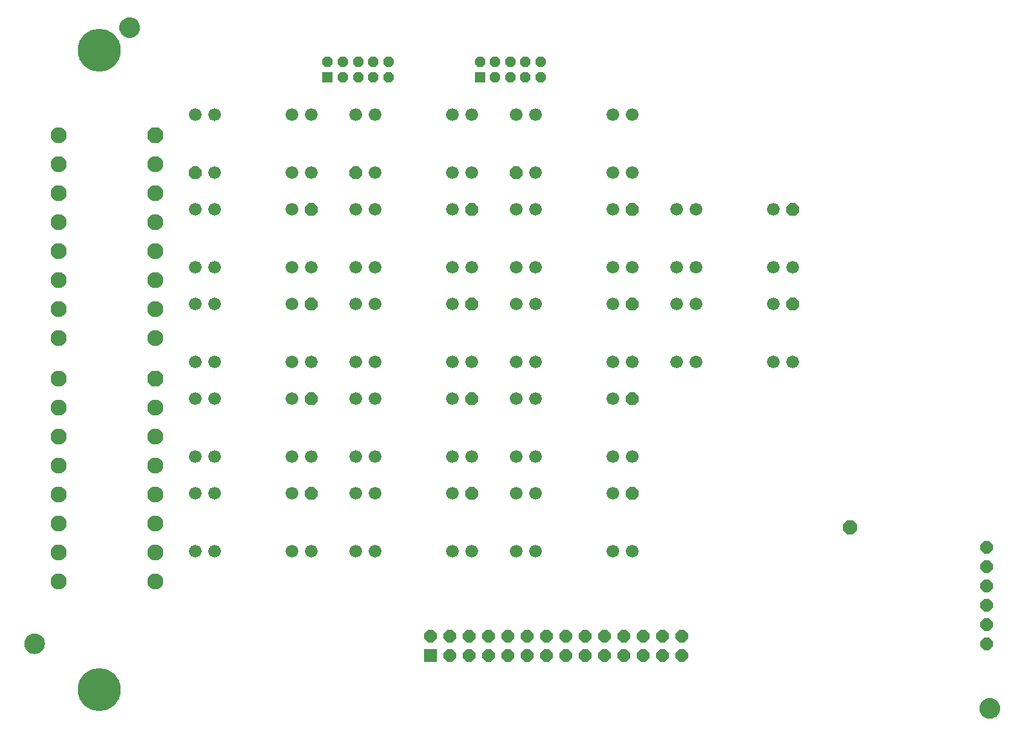
<source format=gbs>
G75*
%MOIN*%
%OFA0B0*%
%FSLAX25Y25*%
%IPPOS*%
%LPD*%
%AMOC8*
5,1,8,0,0,1.08239X$1,22.5*
%
%ADD10C,0.13198*%
%ADD11OC8,0.06506*%
%ADD12R,0.06506X0.06506*%
%ADD13OC8,0.08277*%
%ADD14C,0.08277*%
%ADD15C,0.00500*%
%ADD16OC8,0.07096*%
%ADD17R,0.05324X0.05324*%
%ADD18OC8,0.05324*%
%ADD19OC8,0.06600*%
%ADD20C,0.06600*%
%ADD21C,0.22254*%
D10*
X0137995Y0087673D03*
X0137995Y0418382D03*
D11*
X0309333Y0115232D03*
X0319333Y0115232D03*
X0329333Y0115232D03*
X0339333Y0115232D03*
X0349333Y0115232D03*
X0359333Y0115232D03*
X0369333Y0115232D03*
X0379333Y0115232D03*
X0389333Y0115232D03*
X0399333Y0115232D03*
X0409333Y0115232D03*
X0419333Y0115232D03*
X0429333Y0115232D03*
X0439333Y0115232D03*
X0439333Y0105232D03*
X0429333Y0105232D03*
X0419333Y0105232D03*
X0409333Y0105232D03*
X0399333Y0105232D03*
X0389333Y0105232D03*
X0379333Y0105232D03*
X0369333Y0105232D03*
X0359333Y0105232D03*
X0349333Y0105232D03*
X0339333Y0105232D03*
X0329333Y0105232D03*
X0319333Y0105232D03*
X0596938Y0111270D03*
X0596938Y0121270D03*
X0596938Y0131270D03*
X0596938Y0141270D03*
X0596938Y0151270D03*
X0596938Y0161270D03*
D12*
X0309333Y0105232D03*
D13*
X0166932Y0248441D03*
X0166932Y0374425D03*
D14*
X0166932Y0359425D03*
X0166932Y0344425D03*
X0166932Y0329425D03*
X0166932Y0314425D03*
X0166932Y0299425D03*
X0166932Y0284425D03*
X0166932Y0269425D03*
X0166932Y0233441D03*
X0166932Y0218441D03*
X0166932Y0203441D03*
X0166932Y0188441D03*
X0166932Y0173441D03*
X0166932Y0158441D03*
X0166932Y0143441D03*
X0116932Y0143441D03*
X0116932Y0158441D03*
X0116932Y0173441D03*
X0116932Y0188441D03*
X0116932Y0203441D03*
X0116932Y0218441D03*
X0116932Y0233441D03*
X0116932Y0248441D03*
X0116932Y0269425D03*
X0116932Y0284425D03*
X0116932Y0299425D03*
X0116932Y0314425D03*
X0116932Y0329425D03*
X0116932Y0344425D03*
X0116932Y0359425D03*
X0116932Y0374425D03*
D15*
X0151243Y0425863D02*
X0150529Y0426363D01*
X0149913Y0426979D01*
X0149413Y0427693D01*
X0149044Y0428483D01*
X0148819Y0429325D01*
X0148743Y0430193D01*
X0148819Y0431061D01*
X0149044Y0431903D01*
X0149413Y0432693D01*
X0149913Y0433407D01*
X0150529Y0434023D01*
X0151243Y0434523D01*
X0152033Y0434891D01*
X0152875Y0435117D01*
X0153743Y0435193D01*
X0154611Y0435117D01*
X0155453Y0434891D01*
X0156243Y0434523D01*
X0156957Y0434023D01*
X0157573Y0433407D01*
X0158073Y0432693D01*
X0158441Y0431903D01*
X0158667Y0431061D01*
X0158743Y0430193D01*
X0158667Y0429325D01*
X0158441Y0428483D01*
X0158073Y0427693D01*
X0157573Y0426979D01*
X0156957Y0426363D01*
X0156243Y0425863D01*
X0155453Y0425494D01*
X0154611Y0425269D01*
X0153743Y0425193D01*
X0152875Y0425269D01*
X0152033Y0425494D01*
X0151243Y0425863D01*
X0151126Y0425945D02*
X0156360Y0425945D01*
X0157037Y0426443D02*
X0150448Y0426443D01*
X0149950Y0426942D02*
X0157536Y0426942D01*
X0157896Y0427440D02*
X0149589Y0427440D01*
X0149298Y0427939D02*
X0158188Y0427939D01*
X0158420Y0428437D02*
X0149065Y0428437D01*
X0148923Y0428936D02*
X0158563Y0428936D01*
X0158676Y0429434D02*
X0148809Y0429434D01*
X0148766Y0429933D02*
X0158720Y0429933D01*
X0158722Y0430431D02*
X0148764Y0430431D01*
X0148807Y0430930D02*
X0158678Y0430930D01*
X0158568Y0431428D02*
X0148917Y0431428D01*
X0149055Y0431927D02*
X0158430Y0431927D01*
X0158198Y0432426D02*
X0149288Y0432426D01*
X0149574Y0432924D02*
X0157911Y0432924D01*
X0157557Y0433423D02*
X0149928Y0433423D01*
X0150427Y0433921D02*
X0157059Y0433921D01*
X0156391Y0434420D02*
X0151095Y0434420D01*
X0152132Y0434918D02*
X0155353Y0434918D01*
X0155273Y0425446D02*
X0152212Y0425446D01*
X0105398Y0116219D02*
X0106240Y0115994D01*
X0107030Y0115625D01*
X0107744Y0115125D01*
X0108360Y0114509D01*
X0108860Y0113795D01*
X0109229Y0113005D01*
X0109454Y0112164D01*
X0109530Y0111295D01*
X0109454Y0110427D01*
X0109229Y0109585D01*
X0108860Y0108795D01*
X0108360Y0108081D01*
X0107744Y0107465D01*
X0107030Y0106965D01*
X0106240Y0106597D01*
X0105398Y0106371D01*
X0104530Y0106295D01*
X0103662Y0106371D01*
X0102820Y0106597D01*
X0102030Y0106965D01*
X0101316Y0107465D01*
X0100700Y0108081D01*
X0100200Y0108795D01*
X0099832Y0109585D01*
X0099606Y0110427D01*
X0099530Y0111295D01*
X0099606Y0112164D01*
X0099832Y0113005D01*
X0100200Y0113795D01*
X0100700Y0114509D01*
X0101316Y0115125D01*
X0102030Y0115625D01*
X0102820Y0115994D01*
X0103662Y0116219D01*
X0104530Y0116295D01*
X0105398Y0116219D01*
X0106504Y0115871D02*
X0102556Y0115871D01*
X0101669Y0115372D02*
X0107392Y0115372D01*
X0107996Y0114874D02*
X0101065Y0114874D01*
X0100606Y0114375D02*
X0108454Y0114375D01*
X0108803Y0113877D02*
X0100257Y0113877D01*
X0100006Y0113378D02*
X0109055Y0113378D01*
X0109262Y0112880D02*
X0099798Y0112880D01*
X0099664Y0112381D02*
X0109396Y0112381D01*
X0109479Y0111883D02*
X0099582Y0111883D01*
X0099538Y0111384D02*
X0109522Y0111384D01*
X0109494Y0110886D02*
X0099566Y0110886D01*
X0099617Y0110387D02*
X0109444Y0110387D01*
X0109310Y0109889D02*
X0099750Y0109889D01*
X0099923Y0109390D02*
X0109138Y0109390D01*
X0108905Y0108892D02*
X0100155Y0108892D01*
X0100482Y0108393D02*
X0108579Y0108393D01*
X0108174Y0107895D02*
X0100887Y0107895D01*
X0101415Y0107396D02*
X0107646Y0107396D01*
X0106885Y0106898D02*
X0102175Y0106898D01*
X0103558Y0106399D02*
X0105502Y0106399D01*
X0593625Y0077831D02*
X0593701Y0078699D01*
X0593926Y0079541D01*
X0594295Y0080331D01*
X0594794Y0081045D01*
X0595411Y0081661D01*
X0596125Y0082161D01*
X0596915Y0082529D01*
X0597756Y0082755D01*
X0598625Y0082831D01*
X0599493Y0082755D01*
X0600335Y0082529D01*
X0601125Y0082161D01*
X0601839Y0081661D01*
X0602455Y0081045D01*
X0602955Y0080331D01*
X0603323Y0079541D01*
X0603549Y0078699D01*
X0603625Y0077831D01*
X0603549Y0076962D01*
X0603323Y0076121D01*
X0602955Y0075331D01*
X0602455Y0074617D01*
X0601839Y0074000D01*
X0601125Y0073501D01*
X0600335Y0073132D01*
X0599493Y0072907D01*
X0598625Y0072831D01*
X0597756Y0072907D01*
X0596915Y0073132D01*
X0596125Y0073501D01*
X0595411Y0074000D01*
X0594794Y0074617D01*
X0594295Y0075331D01*
X0593926Y0076121D01*
X0593701Y0076962D01*
X0593625Y0077831D01*
X0593638Y0077984D02*
X0603611Y0077984D01*
X0603594Y0077485D02*
X0593655Y0077485D01*
X0593698Y0076987D02*
X0603551Y0076987D01*
X0603422Y0076488D02*
X0593828Y0076488D01*
X0593987Y0075990D02*
X0603262Y0075990D01*
X0603030Y0075491D02*
X0594220Y0075491D01*
X0594531Y0074993D02*
X0602718Y0074993D01*
X0602332Y0074494D02*
X0594917Y0074494D01*
X0595417Y0073996D02*
X0601832Y0073996D01*
X0601118Y0073497D02*
X0596132Y0073497D01*
X0597412Y0072999D02*
X0599837Y0072999D01*
X0603568Y0078482D02*
X0593682Y0078482D01*
X0593776Y0078981D02*
X0603473Y0078981D01*
X0603340Y0079479D02*
X0593910Y0079479D01*
X0594130Y0079978D02*
X0603119Y0079978D01*
X0602853Y0080477D02*
X0594397Y0080477D01*
X0594746Y0080975D02*
X0602504Y0080975D01*
X0602026Y0081474D02*
X0595223Y0081474D01*
X0595855Y0081972D02*
X0601394Y0081972D01*
X0600460Y0082471D02*
X0596789Y0082471D01*
D16*
X0526438Y0171570D03*
D17*
X0334845Y0404602D03*
X0256105Y0404602D03*
D18*
X0263979Y0404602D03*
X0271853Y0404602D03*
X0279727Y0404602D03*
X0287601Y0404602D03*
X0287601Y0412476D03*
X0279727Y0412476D03*
X0271853Y0412476D03*
X0263979Y0412476D03*
X0256105Y0412476D03*
X0334845Y0412476D03*
X0342719Y0412476D03*
X0350593Y0412476D03*
X0350593Y0404602D03*
X0342719Y0404602D03*
X0358467Y0404602D03*
X0366341Y0404602D03*
X0366341Y0412476D03*
X0358467Y0412476D03*
D19*
X0353688Y0355020D03*
X0330688Y0336020D03*
X0270688Y0355020D03*
X0247688Y0336020D03*
X0187688Y0355020D03*
X0247688Y0287020D03*
X0247688Y0238020D03*
X0247688Y0189020D03*
X0330688Y0189020D03*
X0330688Y0238020D03*
X0330688Y0287020D03*
X0413688Y0287020D03*
X0413688Y0238020D03*
X0413688Y0189020D03*
X0496688Y0287020D03*
X0496688Y0336020D03*
X0413688Y0336020D03*
D20*
X0403688Y0336020D03*
X0403688Y0355020D03*
X0413688Y0355020D03*
X0436688Y0336020D03*
X0446688Y0336020D03*
X0446688Y0306020D03*
X0436688Y0306020D03*
X0436688Y0287020D03*
X0446688Y0287020D03*
X0413688Y0306020D03*
X0403688Y0306020D03*
X0403688Y0287020D03*
X0403688Y0257020D03*
X0413688Y0257020D03*
X0403688Y0238020D03*
X0436688Y0257020D03*
X0446688Y0257020D03*
X0486688Y0257020D03*
X0496688Y0257020D03*
X0486688Y0287020D03*
X0486688Y0306020D03*
X0496688Y0306020D03*
X0486688Y0336020D03*
X0413688Y0385020D03*
X0403688Y0385020D03*
X0363688Y0385020D03*
X0353688Y0385020D03*
X0330688Y0385020D03*
X0320688Y0385020D03*
X0320688Y0355020D03*
X0330688Y0355020D03*
X0320688Y0336020D03*
X0353688Y0336020D03*
X0363688Y0336020D03*
X0363688Y0355020D03*
X0363688Y0306020D03*
X0353688Y0306020D03*
X0353688Y0287020D03*
X0363688Y0287020D03*
X0330688Y0306020D03*
X0320688Y0306020D03*
X0320688Y0287020D03*
X0320688Y0257020D03*
X0330688Y0257020D03*
X0320688Y0238020D03*
X0353688Y0238020D03*
X0363688Y0238020D03*
X0363688Y0257020D03*
X0353688Y0257020D03*
X0353688Y0208020D03*
X0363688Y0208020D03*
X0363688Y0189020D03*
X0353688Y0189020D03*
X0330688Y0208020D03*
X0320688Y0208020D03*
X0320688Y0189020D03*
X0320688Y0159020D03*
X0330688Y0159020D03*
X0353688Y0159020D03*
X0363688Y0159020D03*
X0403688Y0159020D03*
X0413688Y0159020D03*
X0403688Y0189020D03*
X0403688Y0208020D03*
X0413688Y0208020D03*
X0280688Y0208020D03*
X0270688Y0208020D03*
X0270688Y0189020D03*
X0280688Y0189020D03*
X0247688Y0208020D03*
X0237688Y0208020D03*
X0237688Y0189020D03*
X0237688Y0159020D03*
X0247688Y0159020D03*
X0270688Y0159020D03*
X0280688Y0159020D03*
X0197688Y0159020D03*
X0187688Y0159020D03*
X0187688Y0189020D03*
X0197688Y0189020D03*
X0197688Y0208020D03*
X0187688Y0208020D03*
X0187688Y0238020D03*
X0197688Y0238020D03*
X0197688Y0257020D03*
X0187688Y0257020D03*
X0187688Y0287020D03*
X0197688Y0287020D03*
X0197688Y0306020D03*
X0187688Y0306020D03*
X0187688Y0336020D03*
X0197688Y0336020D03*
X0197688Y0355020D03*
X0197688Y0385020D03*
X0187688Y0385020D03*
X0237688Y0385020D03*
X0247688Y0385020D03*
X0270688Y0385020D03*
X0280688Y0385020D03*
X0280688Y0355020D03*
X0280688Y0336020D03*
X0270688Y0336020D03*
X0247688Y0355020D03*
X0237688Y0355020D03*
X0237688Y0336020D03*
X0237688Y0306020D03*
X0247688Y0306020D03*
X0237688Y0287020D03*
X0270688Y0287020D03*
X0280688Y0287020D03*
X0280688Y0306020D03*
X0270688Y0306020D03*
X0270688Y0257020D03*
X0280688Y0257020D03*
X0280688Y0238020D03*
X0270688Y0238020D03*
X0247688Y0257020D03*
X0237688Y0257020D03*
X0237688Y0238020D03*
D21*
X0137995Y0087673D03*
X0137995Y0418382D03*
M02*

</source>
